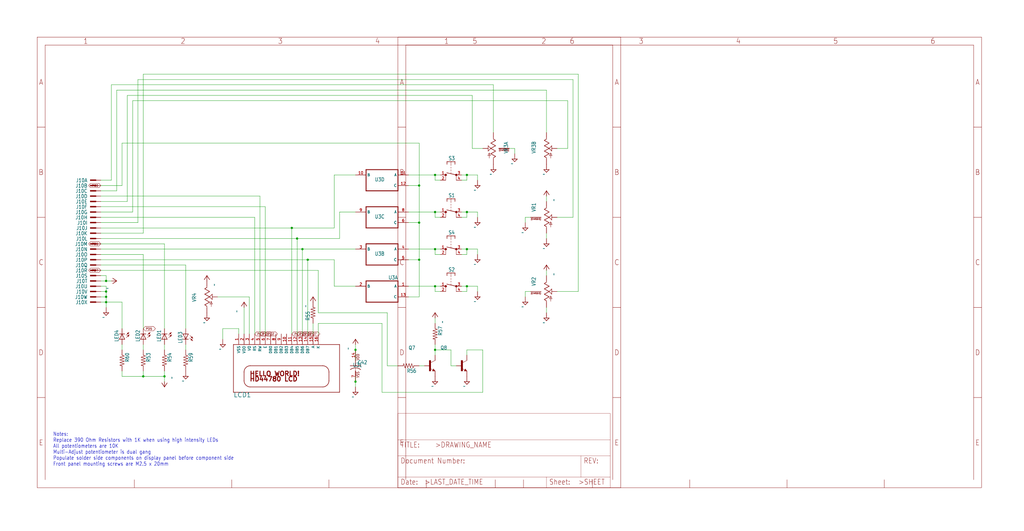
<source format=kicad_sch>
(kicad_sch (version 20211123) (generator eeschema)
  (paper "User" 490.22 254.406)
  (lib_symbols
    (symbol "mk312-eagle-import:+5V" (power)
      (property "Value" "+5V" (at -2.54 -5.08 90))
      (symbol "+5V_1_0"
        (polyline (pts (xy 0 0) (xy -1.27 -1.905)) (stroke (width 0.254)))
        (polyline (pts (xy 1.27 -1.905) (xy 0 0)) (stroke (width 0.254)))
        (pin power_in line (at 0 -2.54 90) (length 2.54) (name "+5V") (number "1"))
      )
    )
    (symbol "mk312-eagle-import:2524-"
      (property "Reference" "X" (at -1.27 0.889 0))
      (symbol "2524-_1_0"
        (rectangle (start 0 -0.254) (end 2.794 0.254) (fill (type outline)))
        (pin passive line (at 5.08 0 180) (length 2.54) (name "KL") (number "1"))
      )
      (symbol "2524-_2_0"
        (rectangle (start 0 -0.254) (end 2.794 0.254) (fill (type outline)))
        (pin passive line (at 5.08 0 180) (length 2.54) (name "KL") (number "2"))
      )
      (symbol "2524-_3_0"
        (rectangle (start 0 -0.254) (end 2.794 0.254) (fill (type outline)))
        (pin passive line (at 5.08 0 180) (length 2.54) (name "KL") (number "3"))
      )
      (symbol "2524-_4_0"
        (rectangle (start 0 -0.254) (end 2.794 0.254) (fill (type outline)))
        (pin passive line (at 5.08 0 180) (length 2.54) (name "KL") (number "4"))
      )
      (symbol "2524-_5_0"
        (rectangle (start 0 -0.254) (end 2.794 0.254) (fill (type outline)))
        (pin passive line (at 5.08 0 180) (length 2.54) (name "KL") (number "5"))
      )
      (symbol "2524-_6_0"
        (rectangle (start 0 -0.254) (end 2.794 0.254) (fill (type outline)))
        (pin passive line (at 5.08 0 180) (length 2.54) (name "KL") (number "6"))
      )
      (symbol "2524-_7_0"
        (rectangle (start 0 -0.254) (end 2.794 0.254) (fill (type outline)))
        (pin passive line (at 5.08 0 180) (length 2.54) (name "KL") (number "7"))
      )
      (symbol "2524-_8_0"
        (rectangle (start 0 -0.254) (end 2.794 0.254) (fill (type outline)))
        (pin passive line (at 5.08 0 180) (length 2.54) (name "KL") (number "8"))
      )
      (symbol "2524-_9_0"
        (rectangle (start 0 -0.254) (end 2.794 0.254) (fill (type outline)))
        (pin passive line (at 5.08 0 180) (length 2.54) (name "KL") (number "9"))
      )
      (symbol "2524-_10_0"
        (rectangle (start 0 -0.254) (end 2.794 0.254) (fill (type outline)))
        (pin passive line (at 5.08 0 180) (length 2.54) (name "KL") (number "10"))
      )
      (symbol "2524-_11_0"
        (rectangle (start 0 -0.254) (end 2.794 0.254) (fill (type outline)))
        (pin passive line (at 5.08 0 180) (length 2.54) (name "KL") (number "11"))
      )
      (symbol "2524-_12_0"
        (rectangle (start 0 -0.254) (end 2.794 0.254) (fill (type outline)))
        (pin passive line (at 5.08 0 180) (length 2.54) (name "KL") (number "12"))
      )
      (symbol "2524-_13_0"
        (rectangle (start 0 -0.254) (end 2.794 0.254) (fill (type outline)))
        (pin passive line (at 5.08 0 180) (length 2.54) (name "KL") (number "13"))
      )
      (symbol "2524-_14_0"
        (rectangle (start 0 -0.254) (end 2.794 0.254) (fill (type outline)))
        (pin passive line (at 5.08 0 180) (length 2.54) (name "KL") (number "14"))
      )
      (symbol "2524-_15_0"
        (rectangle (start 0 -0.254) (end 2.794 0.254) (fill (type outline)))
        (pin passive line (at 5.08 0 180) (length 2.54) (name "KL") (number "15"))
      )
      (symbol "2524-_16_0"
        (rectangle (start 0 -0.254) (end 2.794 0.254) (fill (type outline)))
        (pin passive line (at 5.08 0 180) (length 2.54) (name "KL") (number "16"))
      )
      (symbol "2524-_17_0"
        (rectangle (start 0 -0.254) (end 2.794 0.254) (fill (type outline)))
        (pin passive line (at 5.08 0 180) (length 2.54) (name "KL") (number "17"))
      )
      (symbol "2524-_18_0"
        (rectangle (start 0 -0.254) (end 2.794 0.254) (fill (type outline)))
        (pin passive line (at 5.08 0 180) (length 2.54) (name "KL") (number "18"))
      )
      (symbol "2524-_19_0"
        (rectangle (start 0 -0.254) (end 2.794 0.254) (fill (type outline)))
        (pin passive line (at 5.08 0 180) (length 2.54) (name "KL") (number "19"))
      )
      (symbol "2524-_20_0"
        (rectangle (start 0 -0.254) (end 2.794 0.254) (fill (type outline)))
        (pin passive line (at 5.08 0 180) (length 2.54) (name "KL") (number "20"))
      )
      (symbol "2524-_21_0"
        (rectangle (start 0 -0.254) (end 2.794 0.254) (fill (type outline)))
        (pin passive line (at 5.08 0 180) (length 2.54) (name "KL") (number "21"))
      )
      (symbol "2524-_22_0"
        (rectangle (start 0 -0.254) (end 2.794 0.254) (fill (type outline)))
        (pin passive line (at 5.08 0 180) (length 2.54) (name "KL") (number "22"))
      )
      (symbol "2524-_23_0"
        (rectangle (start 0 -0.254) (end 2.794 0.254) (fill (type outline)))
        (pin passive line (at 5.08 0 180) (length 2.54) (name "KL") (number "23"))
      )
      (symbol "2524-_24_0"
        (rectangle (start 0 -0.254) (end 2.794 0.254) (fill (type outline)))
        (pin passive line (at 5.08 0 180) (length 2.54) (name "KL") (number "24"))
      )
    )
    (symbol "mk312-eagle-import:2N3904"
      (property "Reference" "T" (at -10.16 7.62 0))
      (property "Value" "2N3904" (at -10.16 5.08 0))
      (symbol "2N3904_1_0"
        (rectangle (start -0.254 -2.54) (end 0.508 2.54) (fill (type outline)))
        (polyline (pts (xy 1.27 -2.54) (xy 1.778 -1.524)) (stroke (width 0.1524)))
        (polyline (pts (xy 1.524 -2.413) (xy 2.286 -2.413)) (stroke (width 0.254)))
        (polyline (pts (xy 1.524 -2.286) (xy 1.905 -2.286)) (stroke (width 0.254)))
        (polyline (pts (xy 1.54 -2.04) (xy 0.308 -1.424)) (stroke (width 0.1524)))
        (polyline (pts (xy 1.778 -1.778) (xy 1.524 -2.286)) (stroke (width 0.254)))
        (polyline (pts (xy 1.778 -1.524) (xy 2.54 -2.54)) (stroke (width 0.1524)))
        (polyline (pts (xy 1.905 -2.286) (xy 1.778 -2.032)) (stroke (width 0.254)))
        (polyline (pts (xy 2.286 -2.413) (xy 1.778 -1.778)) (stroke (width 0.254)))
        (polyline (pts (xy 2.54 -2.54) (xy 1.27 -2.54)) (stroke (width 0.1524)))
        (polyline (pts (xy 2.54 2.54) (xy 0.508 1.524)) (stroke (width 0.1524)))
        (pin passive line (at 2.54 5.08 270) (length 2.54) (name "C") (number "1"))
        (pin passive line (at -2.54 0 0) (length 2.54) (name "B") (number "2"))
        (pin passive line (at 2.54 -5.08 90) (length 2.54) (name "E") (number "3"))
      )
    )
    (symbol "mk312-eagle-import:4066N"
      (property "Reference" "IC" (at -1.27 -0.635 0))
      (symbol "4066N_1_0"
        (polyline (pts (xy -7.62 -5.08) (xy 7.62 -5.08)) (stroke (width 0.4064)))
        (polyline (pts (xy -7.62 5.08) (xy -7.62 -5.08)) (stroke (width 0.4064)))
        (polyline (pts (xy 7.62 -5.08) (xy 7.62 5.08)) (stroke (width 0.4064)))
        (polyline (pts (xy 7.62 5.08) (xy -7.62 5.08)) (stroke (width 0.4064)))
        (pin tri_state line (at -12.7 2.54 0) (length 5.08) (name "A") (number "1"))
        (pin input line (at -12.7 -2.54 0) (length 5.08) (name "C") (number "13"))
        (pin tri_state line (at 12.7 2.54 180) (length 5.08) (name "B") (number "2"))
      )
      (symbol "4066N_2_0"
        (polyline (pts (xy -7.62 -5.08) (xy 7.62 -5.08)) (stroke (width 0.4064)))
        (polyline (pts (xy -7.62 5.08) (xy -7.62 -5.08)) (stroke (width 0.4064)))
        (polyline (pts (xy 7.62 -5.08) (xy 7.62 5.08)) (stroke (width 0.4064)))
        (polyline (pts (xy 7.62 5.08) (xy -7.62 5.08)) (stroke (width 0.4064)))
        (pin tri_state line (at 12.7 2.54 180) (length 5.08) (name "B") (number "3"))
        (pin tri_state line (at -12.7 2.54 0) (length 5.08) (name "A") (number "4"))
        (pin input line (at -12.7 -2.54 0) (length 5.08) (name "C") (number "5"))
      )
      (symbol "4066N_3_0"
        (polyline (pts (xy -7.62 -5.08) (xy 7.62 -5.08)) (stroke (width 0.4064)))
        (polyline (pts (xy -7.62 5.08) (xy -7.62 -5.08)) (stroke (width 0.4064)))
        (polyline (pts (xy 7.62 -5.08) (xy 7.62 5.08)) (stroke (width 0.4064)))
        (polyline (pts (xy 7.62 5.08) (xy -7.62 5.08)) (stroke (width 0.4064)))
        (pin input line (at -12.7 -2.54 0) (length 5.08) (name "C") (number "6"))
        (pin tri_state line (at -12.7 2.54 0) (length 5.08) (name "A") (number "8"))
        (pin tri_state line (at 12.7 2.54 180) (length 5.08) (name "B") (number "9"))
      )
      (symbol "4066N_4_0"
        (polyline (pts (xy -7.62 -5.08) (xy 7.62 -5.08)) (stroke (width 0.4064)))
        (polyline (pts (xy -7.62 5.08) (xy -7.62 -5.08)) (stroke (width 0.4064)))
        (polyline (pts (xy 7.62 -5.08) (xy 7.62 5.08)) (stroke (width 0.4064)))
        (polyline (pts (xy 7.62 5.08) (xy -7.62 5.08)) (stroke (width 0.4064)))
        (pin tri_state line (at 12.7 2.54 180) (length 5.08) (name "B") (number "10"))
        (pin tri_state line (at -12.7 2.54 0) (length 5.08) (name "A") (number "11"))
        (pin input line (at -12.7 -2.54 0) (length 5.08) (name "C") (number "12"))
      )
      (symbol "4066N_5_0"
        (text "VDD" (at 1.905 2.54 900) (effects (font (size 1.27 1.0795)) (justify left bottom)))
        (text "VSS" (at 1.905 -5.842 900) (effects (font (size 1.27 1.0795)) (justify left bottom)))
        (pin power_in line (at 0 7.62 270) (length 5.08) (name "VDD") (number "14"))
        (pin power_in line (at 0 -7.62 90) (length 5.08) (name "VSS") (number "7"))
      )
    )
    (symbol "mk312-eagle-import:9MM_SNAP-IN_POT_CHASSIS"
      (property "Reference" "VR" (at -5.08 2.54 90))
      (property "Value" "9MM_SNAP-IN_POT_CHASSIS" (at -2.54 2.54 90))
      (symbol "9MM_SNAP-IN_POT_CHASSIS_1_0"
        (polyline (pts (xy -1.016 -3.81) (xy 1.27 -2.54)) (stroke (width 0.254)))
        (polyline (pts (xy -1.016 -1.27) (xy 1.27 0)) (stroke (width 0.254)))
        (polyline (pts (xy -1.016 1.27) (xy 1.27 2.54)) (stroke (width 0.254)))
        (polyline (pts (xy -1.016 3.81) (xy 0 4.572)) (stroke (width 0.254)))
        (polyline (pts (xy 0 -5.08) (xy 0 -4.572)) (stroke (width 0.1524)))
        (polyline (pts (xy 0 -4.572) (xy -1.016 -3.81)) (stroke (width 0.254)))
        (polyline (pts (xy 0 4.572) (xy 0 5.08)) (stroke (width 0.1524)))
        (polyline (pts (xy 1.27 -2.54) (xy -1.016 -1.27)) (stroke (width 0.254)))
        (polyline (pts (xy 1.27 0) (xy -1.016 1.27)) (stroke (width 0.254)))
        (polyline (pts (xy 1.27 0) (xy 2.54 1.27)) (stroke (width 0.2032)))
        (polyline (pts (xy 1.27 2.54) (xy -1.016 3.81)) (stroke (width 0.254)))
        (polyline (pts (xy 1.397 -3.429) (xy 2.032 -2.159)) (stroke (width 0.1524)))
        (polyline (pts (xy 2.032 -4.699) (xy 2.032 -2.159)) (stroke (width 0.1524)))
        (polyline (pts (xy 2.032 -2.159) (xy 2.667 -3.429)) (stroke (width 0.1524)))
        (polyline (pts (xy 2.54 -1.27) (xy 1.27 0)) (stroke (width 0.2032)))
        (polyline (pts (xy 2.54 1.27) (xy 2.54 -1.27)) (stroke (width 0.2032)))
        (polyline (pts (xy 2.667 -3.429) (xy 1.397 -3.429)) (stroke (width 0.1524)))
        (text "(CHASSIS)" (at -7.62 -1.27 0) (effects (font (size 0.762 0.6477)) (justify left bottom)))
        (pin passive line (at 0 -7.62 90) (length 2.54) (name "A") (number "1"))
        (pin passive line (at 5.08 0 180) (length 2.54) (name "S") (number "2"))
        (pin passive line (at 0 7.62 270) (length 2.54) (name "E") (number "3"))
        (pin passive line (at -7.62 0 0) (length 5.08) (name "P$1") (number "CHASSIS2"))
      )
    )
    (symbol "mk312-eagle-import:ALPHA-9MM-DUALPOT"
      (property "Reference" "VR" (at -5.08 -2.54 90))
      (property "Value" "ALPHA-9MM-DUALPOT" (at -2.54 -2.54 90))
      (symbol "ALPHA-9MM-DUALPOT_1_0"
        (polyline (pts (xy -1.016 -3.81) (xy 1.27 -2.54)) (stroke (width 0.254)))
        (polyline (pts (xy -1.016 -1.27) (xy 1.27 0)) (stroke (width 0.254)))
        (polyline (pts (xy -1.016 1.27) (xy 1.27 2.54)) (stroke (width 0.254)))
        (polyline (pts (xy -1.016 3.81) (xy 0 4.572)) (stroke (width 0.254)))
        (polyline (pts (xy 0 -5.08) (xy 0 -4.572)) (stroke (width 0.1524)))
        (polyline (pts (xy 0 -4.572) (xy -1.016 -3.81)) (stroke (width 0.254)))
        (polyline (pts (xy 0 4.572) (xy 0 5.08)) (stroke (width 0.1524)))
        (polyline (pts (xy 1.27 -2.54) (xy -1.016 -1.27)) (stroke (width 0.254)))
        (polyline (pts (xy 1.27 0) (xy -1.016 1.27)) (stroke (width 0.254)))
        (polyline (pts (xy 1.27 0) (xy 2.54 1.27)) (stroke (width 0.2032)))
        (polyline (pts (xy 1.27 2.54) (xy -1.016 3.81)) (stroke (width 0.254)))
        (polyline (pts (xy 1.397 -3.429) (xy 2.032 -2.159)) (stroke (width 0.1524)))
        (polyline (pts (xy 2.032 -4.699) (xy 2.032 -2.159)) (stroke (width 0.1524)))
        (polyline (pts (xy 2.032 -2.159) (xy 2.667 -3.429)) (stroke (width 0.1524)))
        (polyline (pts (xy 2.54 -1.27) (xy 1.27 0)) (stroke (width 0.2032)))
        (polyline (pts (xy 2.54 1.27) (xy 2.54 -1.27)) (stroke (width 0.2032)))
        (polyline (pts (xy 2.667 -3.429) (xy 1.397 -3.429)) (stroke (width 0.1524)))
        (text "(CHASSIS)" (at -7.62 -1.27 0) (effects (font (size 0.762 0.6477)) (justify left bottom)))
        (pin passive line (at 0 -7.62 90) (length 2.54) (name "A") (number "1"))
        (pin passive line (at 5.08 0 180) (length 2.54) (name "S") (number "2"))
        (pin passive line (at 0 7.62 270) (length 2.54) (name "E") (number "3"))
        (pin passive line (at -7.62 0 0) (length 5.08) (name "P$1") (number "CHASSIS1"))
        (pin passive line (at -7.62 0 0) (length 5.08) (name "P$1") (number "CHASSIS2"))
      )
      (symbol "ALPHA-9MM-DUALPOT_2_0"
        (polyline (pts (xy -1.016 -3.81) (xy 1.27 -2.54)) (stroke (width 0.254)))
        (polyline (pts (xy -1.016 -1.27) (xy 1.27 0)) (stroke (width 0.254)))
        (polyline (pts (xy -1.016 1.27) (xy 1.27 2.54)) (stroke (width 0.254)))
        (polyline (pts (xy -1.016 3.81) (xy 0 4.572)) (stroke (width 0.254)))
        (polyline (pts (xy 0 -5.08) (xy 0 -4.572)) (stroke (width 0.1524)))
        (polyline (pts (xy 0 -4.572) (xy -1.016 -3.81)) (stroke (width 0.254)))
        (polyline (pts (xy 0 4.572) (xy 0 5.08)) (stroke (width 0.1524)))
        (polyline (pts (xy 1.27 -2.54) (xy -1.016 -1.27)) (stroke (width 0.254)))
        (polyline (pts (xy 1.27 0) (xy -1.016 1.27)) (stroke (width 0.254)))
        (polyline (pts (xy 1.27 0) (xy 2.54 1.27)) (stroke (width 0.2032)))
        (polyline (pts (xy 1.27 2.54) (xy -1.016 3.81)) (stroke (width 0.254)))
        (polyline (pts (xy 1.397 -3.429) (xy 2.032 -2.159)) (stroke (width 0.1524)))
        (polyline (pts (xy 2.032 -4.699) (xy 2.032 -2.159)) (stroke (width 0.1524)))
        (polyline (pts (xy 2.032 -2.159) (xy 2.667 -3.429)) (stroke (width 0.1524)))
        (polyline (pts (xy 2.54 -1.27) (xy 1.27 0)) (stroke (width 0.2032)))
        (polyline (pts (xy 2.54 1.27) (xy 2.54 -1.27)) (stroke (width 0.2032)))
        (polyline (pts (xy 2.667 -3.429) (xy 1.397 -3.429)) (stroke (width 0.1524)))
        (pin passive line (at 0 -7.62 90) (length 2.54) (name "A") (number "1B"))
        (pin passive line (at 5.08 0 180) (length 2.54) (name "S") (number "2B"))
        (pin passive line (at 0 7.62 270) (length 2.54) (name "E") (number "3B"))
      )
    )
    (symbol "mk312-eagle-import:C-US025-024X044"
      (property "Reference" "C" (at 1.016 0.635 0))
      (property "Value" "C-US025-024X044" (at 1.016 -4.191 0))
      (symbol "C-US025-024X044_1_0"
        (arc (start 0 -1.0161) (mid -1.302 -1.2303) (end -2.4668 -1.8504) (stroke (width 0.254)))
        (polyline (pts (xy -2.54 0) (xy 2.54 0)) (stroke (width 0.254)))
        (polyline (pts (xy 0 -1.016) (xy 0 -2.54)) (stroke (width 0.1524)))
        (arc (start 2.4892 -1.8542) (mid 1.3158 -1.2195) (end 0 -1) (stroke (width 0.254)))
        (pin passive line (at 0 2.54 270) (length 2.54) (name "1") (number "1"))
        (pin passive line (at 0 -5.08 90) (length 2.54) (name "2") (number "2"))
      )
    )
    (symbol "mk312-eagle-import:DTE6K"
      (property "Reference" "S" (at -6.985 -1.905 90))
      (property "Value" "DTE6K" (at -4.445 2.54 90))
      (symbol "DTE6K_1_0"
        (circle (center 0 -2.54) (radius 0.127) (stroke (width 0.4064)))
        (polyline (pts (xy -6.35 -1.905) (xy -5.08 -1.905)) (stroke (width 0.254)))
        (polyline (pts (xy -6.35 0) (xy -6.35 -1.905)) (stroke (width 0.254)))
        (polyline (pts (xy -6.35 0) (xy -4.445 0)) (stroke (width 0.1524)))
        (polyline (pts (xy -6.35 1.905) (xy -6.35 0)) (stroke (width 0.254)))
        (polyline (pts (xy -6.35 1.905) (xy -5.08 1.905)) (stroke (width 0.254)))
        (polyline (pts (xy -3.81 0) (xy -3.175 0)) (stroke (width 0.1524)))
        (polyline (pts (xy -2.54 0) (xy -1.905 0)) (stroke (width 0.1524)))
        (polyline (pts (xy -1.27 0) (xy -0.635 0)) (stroke (width 0.1524)))
        (polyline (pts (xy 0 -2.54) (xy -1.016 2.032)) (stroke (width 0.254)))
        (polyline (pts (xy 0 2.032) (xy 0 2.54)) (stroke (width 0.254)))
        (polyline (pts (xy 2.54 -2.54) (xy 0 -2.54)) (stroke (width 0.1524)))
        (polyline (pts (xy 2.54 2.54) (xy 0 2.54)) (stroke (width 0.1524)))
        (circle (center 0 2.54) (radius 0.127) (stroke (width 0.4064)))
        (pin passive line (at 0 5.08 270) (length 2.54) (name "S") (number "1"))
        (pin passive line (at 2.54 5.08 270) (length 2.54) (name "S@1") (number "2"))
        (pin passive line (at 0 -5.08 90) (length 2.54) (name "P") (number "3"))
        (pin passive line (at 2.54 -5.08 90) (length 2.54) (name "P@1") (number "4"))
      )
    )
    (symbol "mk312-eagle-import:FRAME_A_L"
      (symbol "FRAME_A_L_0_0"
        (polyline (pts (xy 0 43.18) (xy 3.81 43.18)))
        (polyline (pts (xy 0 86.36) (xy 3.81 86.36)))
        (polyline (pts (xy 0 129.54) (xy 3.81 129.54)))
        (polyline (pts (xy 0 172.72) (xy 3.81 172.72)))
        (polyline (pts (xy 3.81 3.81) (xy 3.81 212.09)))
        (polyline (pts (xy 46.5667 0) (xy 46.5667 3.81)))
        (polyline (pts (xy 93.1333 0) (xy 93.1333 3.81)))
        (polyline (pts (xy 139.7 0) (xy 139.7 3.81)))
        (polyline (pts (xy 186.2667 0) (xy 186.2667 3.81)))
        (polyline (pts (xy 232.8333 0) (xy 232.8333 3.81)))
        (polyline (pts (xy 275.59 3.81) (xy 275.59 212.09)))
        (polyline (pts (xy 275.59 43.18) (xy 279.4 43.18)))
        (polyline (pts (xy 275.59 86.36) (xy 279.4 86.36)))
        (polyline (pts (xy 275.59 129.54) (xy 279.4 129.54)))
        (polyline (pts (xy 275.59 172.72) (xy 279.4 172.72)))
        (polyline (pts (xy 275.59 212.09) (xy 3.81 212.09)))
        (polyline (pts (xy 0 0) (xy 279.4 0) (xy 279.4 215.9) (xy 0 215.9) (xy 0 0)))
        (text "1" (at 23.2833 213.995 0) (effects (font (size 2.54 2.286))))
        (text "2" (at 69.85 213.995 0) (effects (font (size 2.54 2.286))))
        (text "3" (at 116.4167 213.995 0) (effects (font (size 2.54 2.286))))
        (text "4" (at 162.9833 213.995 0) (effects (font (size 2.54 2.286))))
        (text "5" (at 209.55 213.995 0) (effects (font (size 2.54 2.286))))
        (text "6" (at 256.1167 213.995 0) (effects (font (size 2.54 2.286))))
        (text "A" (at 1.905 194.31 0) (effects (font (size 2.54 2.286))))
        (text "A" (at 277.495 194.31 0) (effects (font (size 2.54 2.286))))
        (text "B" (at 1.905 151.13 0) (effects (font (size 2.54 2.286))))
        (text "B" (at 277.495 151.13 0) (effects (font (size 2.54 2.286))))
        (text "C" (at 1.905 107.95 0) (effects (font (size 2.54 2.286))))
        (text "C" (at 277.495 107.95 0) (effects (font (size 2.54 2.286))))
        (text "D" (at 1.905 64.77 0) (effects (font (size 2.54 2.286))))
        (text "D" (at 277.495 64.77 0) (effects (font (size 2.54 2.286))))
        (text "E" (at 1.905 21.59 0) (effects (font (size 2.54 2.286))))
        (text "E" (at 277.495 21.59 0) (effects (font (size 2.54 2.286))))
      )
      (symbol "FRAME_A_L_2_0"
        (polyline (pts (xy 0 0) (xy 0 5.08)) (stroke (width 0.1016)))
        (polyline (pts (xy 0 0) (xy 71.12 0)) (stroke (width 0.1016)))
        (polyline (pts (xy 0 5.08) (xy 0 15.24)) (stroke (width 0.1016)))
        (polyline (pts (xy 0 5.08) (xy 71.12 5.08)) (stroke (width 0.1016)))
        (polyline (pts (xy 0 15.24) (xy 0 22.86)) (stroke (width 0.1016)))
        (polyline (pts (xy 0 22.86) (xy 0 35.56)) (stroke (width 0.1016)))
        (polyline (pts (xy 0 22.86) (xy 101.6 22.86)) (stroke (width 0.1016)))
        (polyline (pts (xy 71.12 0) (xy 101.6 0)) (stroke (width 0.1016)))
        (polyline (pts (xy 71.12 5.08) (xy 71.12 0)) (stroke (width 0.1016)))
        (polyline (pts (xy 71.12 5.08) (xy 87.63 5.08)) (stroke (width 0.1016)))
        (polyline (pts (xy 87.63 5.08) (xy 101.6 5.08)) (stroke (width 0.1016)))
        (polyline (pts (xy 87.63 15.24) (xy 0 15.24)) (stroke (width 0.1016)))
        (polyline (pts (xy 87.63 15.24) (xy 87.63 5.08)) (stroke (width 0.1016)))
        (polyline (pts (xy 101.6 5.08) (xy 101.6 0)) (stroke (width 0.1016)))
        (polyline (pts (xy 101.6 15.24) (xy 87.63 15.24)) (stroke (width 0.1016)))
        (polyline (pts (xy 101.6 15.24) (xy 101.6 5.08)) (stroke (width 0.1016)))
        (polyline (pts (xy 101.6 22.86) (xy 101.6 15.24)) (stroke (width 0.1016)))
        (polyline (pts (xy 101.6 35.56) (xy 0 35.56)) (stroke (width 0.1016)))
        (polyline (pts (xy 101.6 35.56) (xy 101.6 22.86)) (stroke (width 0.1016)))
        (text ">DRAWING_NAME" (at 17.78 19.05 0) (effects (font (size 2.54 2.159)) (justify left bottom)))
        (text ">LAST_DATE_TIME" (at 12.7 1.27 0) (effects (font (size 2.54 2.159)) (justify left bottom)))
        (text ">SHEET" (at 86.36 1.27 0) (effects (font (size 2.54 2.159)) (justify left bottom)))
        (text "Date:" (at 1.27 1.27 0) (effects (font (size 2.54 2.159)) (justify left bottom)))
        (text "Document Number:" (at 1.27 11.43 0) (effects (font (size 2.54 2.159)) (justify left bottom)))
        (text "REV:" (at 88.9 11.43 0) (effects (font (size 2.54 2.159)) (justify left bottom)))
        (text "Sheet:" (at 72.39 1.27 0) (effects (font (size 2.54 2.159)) (justify left bottom)))
        (text "TITLE:" (at 1.27 19.05 0) (effects (font (size 2.54 2.159)) (justify left bottom)))
      )
    )
    (symbol "mk312-eagle-import:GND" (power)
      (property "Value" "GND" (at -1.905 -3.175 0))
      (symbol "GND_1_0"
        (polyline (pts (xy -1.27 0) (xy 1.27 0)) (stroke (width 0.254)))
        (polyline (pts (xy 0 -1.27) (xy -1.27 0)) (stroke (width 0.254)))
        (polyline (pts (xy 1.27 0) (xy 0 -1.27)) (stroke (width 0.254)))
        (pin power_in line (at 0 2.54 270) (length 2.54) (name "GND") (number "1"))
      )
    )
    (symbol "mk312-eagle-import:HD44780LCD-1602"
      (property "Reference" "X" (at -25.4 -12.7 0))
      (property "Value" "HD44780LCD-1602" (at -10.16 -12.7 0))
      (symbol "HD44780LCD-1602_1_0"
        (arc (start -20.32 -4.62) (mid -19.4413 -6.7413) (end -17.32 -7.62) (stroke (width 0.254)))
        (arc (start -17.32 2.54) (mid -19.4413 1.6613) (end -20.32 -0.46) (stroke (width 0.254)))
        (polyline (pts (xy -25.4 -10.16) (xy 25.4 -10.16)) (stroke (width 0.254)))
        (polyline (pts (xy -25.4 12.7) (xy -25.4 -10.16)) (stroke (width 0.254)))
        (polyline (pts (xy -20.32 -4.62) (xy -20.32 -0.46)) (stroke (width 0.254)))
        (polyline (pts (xy -17.32 2.54) (xy 17.32 2.54)) (stroke (width 0.254)))
        (polyline (pts (xy 17.32 -7.62) (xy -17.32 -7.62)) (stroke (width 0.254)))
        (polyline (pts (xy 20.32 -0.46) (xy 20.32 -4.62)) (stroke (width 0.254)))
        (polyline (pts (xy 25.4 -10.16) (xy 25.4 12.7)) (stroke (width 0.254)))
        (polyline (pts (xy 25.4 12.7) (xy -25.4 12.7)) (stroke (width 0.254)))
        (arc (start 17.32 -7.62) (mid 19.4413 -6.7413) (end 20.32 -4.62) (stroke (width 0.254)))
        (arc (start 20.32 -0.46) (mid 19.4413 1.6613) (end 17.32 2.54) (stroke (width 0.254)))
        (text "HD44780 LCD " (at -17.78 -5.08 0) (effects (font (size 2.1844 2.1844) (thickness 0.4369) bold) (justify left bottom)))
        (text "HELLO WORLD!" (at -17.78 -2.54 0) (effects (font (size 2.1844 2.1844) (thickness 0.4369) bold) (justify left bottom)))
        (pin power_in line (at -22.86 17.78 270) (length 5.08) (name "VSS") (number "1"))
        (pin bidirectional line (at 0 17.78 270) (length 5.08) (name "DB3") (number "10"))
        (pin bidirectional line (at 2.54 17.78 270) (length 5.08) (name "DB4") (number "11"))
        (pin bidirectional line (at 5.08 17.78 270) (length 5.08) (name "DB5") (number "12"))
        (pin bidirectional line (at 7.62 17.78 270) (length 5.08) (name "DB6") (number "13"))
        (pin bidirectional line (at 10.16 17.78 270) (length 5.08) (name "DB7") (number "14"))
        (pin input line (at 12.7 17.78 270) (length 5.08) (name "A") (number "15"))
        (pin input line (at 15.24 17.78 270) (length 5.08) (name "K") (number "16"))
        (pin power_in line (at -20.32 17.78 270) (length 5.08) (name "VDD") (number "2"))
        (pin input line (at -17.78 17.78 270) (length 5.08) (name "VO") (number "3"))
        (pin input line (at -15.24 17.78 270) (length 5.08) (name "RS") (number "4"))
        (pin input line (at -12.7 17.78 270) (length 5.08) (name "RW") (number "5"))
        (pin input line (at -10.16 17.78 270) (length 5.08) (name "E") (number "6"))
        (pin bidirectional line (at -7.62 17.78 270) (length 5.08) (name "DB0") (number "7"))
        (pin bidirectional line (at -5.08 17.78 270) (length 5.08) (name "DB1") (number "8"))
        (pin bidirectional line (at -2.54 17.78 270) (length 5.08) (name "DB2") (number "9"))
      )
    )
    (symbol "mk312-eagle-import:LED5MM"
      (property "Reference" "LED" (at 3.556 -4.572 90))
      (property "Value" "LED5MM" (at 5.715 -4.572 90))
      (symbol "LED5MM_1_0"
        (polyline (pts (xy -2.032 -0.762) (xy -3.429 -2.159)) (stroke (width 0.1524)))
        (polyline (pts (xy -1.905 -1.905) (xy -3.302 -3.302)) (stroke (width 0.1524)))
        (polyline (pts (xy 0 -2.54) (xy -1.27 -2.54)) (stroke (width 0.254)))
        (polyline (pts (xy 0 -2.54) (xy -1.27 0)) (stroke (width 0.254)))
        (polyline (pts (xy 0 0) (xy -1.27 0)) (stroke (width 0.254)))
        (polyline (pts (xy 0 0) (xy 0 -2.54)) (stroke (width 0.1524)))
        (polyline (pts (xy 1.27 -2.54) (xy 0 -2.54)) (stroke (width 0.254)))
        (polyline (pts (xy 1.27 0) (xy 0 -2.54)) (stroke (width 0.254)))
        (polyline (pts (xy 1.27 0) (xy 0 0)) (stroke (width 0.254)))
        (polyline (pts (xy -3.429 -2.159) (xy -3.048 -1.27) (xy -2.54 -1.778)) (fill (type outline)))
        (polyline (pts (xy -3.302 -3.302) (xy -2.921 -2.413) (xy -2.413 -2.921)) (fill (type outline)))
        (pin passive line (at 0 2.54 270) (length 2.54) (name "A") (number "A"))
        (pin passive line (at 0 -5.08 90) (length 2.54) (name "C") (number "K"))
      )
    )
    (symbol "mk312-eagle-import:R-US_0207{slash}10"
      (property "Reference" "R" (at -3.81 1.4986 0))
      (property "Value" "R-US_0207{slash}10" (at -3.81 -3.302 0))
      (symbol "R-US_0207{slash}10_1_0"
        (polyline (pts (xy -2.54 0) (xy -2.159 1.016)) (stroke (width 0.2032)))
        (polyline (pts (xy -2.159 1.016) (xy -1.524 -1.016)) (stroke (width 0.2032)))
        (polyline (pts (xy -1.524 -1.016) (xy -0.889 1.016)) (stroke (width 0.2032)))
        (polyline (pts (xy -0.889 1.016) (xy -0.254 -1.016)) (stroke (width 0.2032)))
        (polyline (pts (xy -0.254 -1.016) (xy 0.381 1.016)) (stroke (width 0.2032)))
        (polyline (pts (xy 0.381 1.016) (xy 1.016 -1.016)) (stroke (width 0.2032)))
        (polyline (pts (xy 1.016 -1.016) (xy 1.651 1.016)) (stroke (width 0.2032)))
        (polyline (pts (xy 1.651 1.016) (xy 2.286 -1.016)) (stroke (width 0.2032)))
        (polyline (pts (xy 2.286 -1.016) (xy 2.54 0)) (stroke (width 0.2032)))
        (pin passive line (at -5.08 0 0) (length 2.54) (name "1") (number "1"))
        (pin passive line (at 5.08 0 180) (length 2.54) (name "2") (number "2"))
      )
    )
    (symbol "mk312-eagle-import:TRIM_US-B25P"
      (property "Reference" "R" (at -5.08 -2.54 90))
      (property "Value" "TRIM_US-B25P" (at -2.54 -2.54 90))
      (symbol "TRIM_US-B25P_1_0"
        (polyline (pts (xy -1.016 -3.81) (xy 1.27 -2.54)) (stroke (width 0.254)))
        (polyline (pts (xy -1.016 -1.27) (xy 1.27 0)) (stroke (width 0.254)))
        (polyline (pts (xy -1.016 1.27) (xy 1.27 2.54)) (stroke (width 0.254)))
        (polyline (pts (xy -1.016 3.81) (xy 0 4.572)) (stroke (width 0.254)))
        (polyline (pts (xy 0 -5.08) (xy 0 -4.572)) (stroke (width 0.1524)))
        (polyline (pts (xy 0 -4.572) (xy -1.016 -3.81)) (stroke (width 0.254)))
        (polyline (pts (xy 0 4.572) (xy 0 5.08)) (stroke (width 0.1524)))
        (polyline (pts (xy 1.27 -2.54) (xy -1.016 -1.27)) (stroke (width 0.254)))
        (polyline (pts (xy 1.27 0) (xy -1.016 1.27)) (stroke (width 0.254)))
        (polyline (pts (xy 1.27 0) (xy 2.54 1.27)) (stroke (width 0.2032)))
        (polyline (pts (xy 1.27 2.54) (xy -1.016 3.81)) (stroke (width 0.254)))
        (polyline (pts (xy 1.397 -3.429) (xy 2.032 -2.159)) (stroke (width 0.1524)))
        (polyline (pts (xy 2.032 -4.699) (xy 2.032 -2.159)) (stroke (width 0.1524)))
        (polyline (pts (xy 2.032 -2.159) (xy 2.667 -3.429)) (stroke (width 0.1524)))
        (polyline (pts (xy 2.54 -1.27) (xy 1.27 0)) (stroke (width 0.2032)))
        (polyline (pts (xy 2.54 1.27) (xy 2.54 -1.27)) (stroke (width 0.2032)))
        (polyline (pts (xy 2.667 -3.429) (xy 1.397 -3.429)) (stroke (width 0.1524)))
        (pin passive line (at 0 -7.62 90) (length 2.54) (name "A") (number "A"))
        (pin passive line (at 0 7.62 270) (length 2.54) (name "E") (number "E"))
        (pin passive line (at 5.08 0 180) (length 2.54) (name "S") (number "S"))
      )
    )
  )
  (junction (at 223.52 83.82))
  (junction (at 68.58 180.34))
  (junction (at 139.7 109.22))
  (junction (at 170.18 182.88))
  (junction (at 208.28 167.64))
  (junction (at 208.28 83.82))
  (junction (at 223.52 119.38))
  (junction (at 208.28 119.38))
  (junction (at 200.66 106.68))
  (junction (at 50.8 144.78))
  (junction (at 223.52 101.6))
  (junction (at 223.52 137.16))
  (junction (at 147.32 124.46))
  (junction (at 200.66 124.46))
  (junction (at 144.78 119.38))
  (junction (at 208.28 137.16))
  (junction (at 142.24 114.3))
  (junction (at 170.18 167.64))
  (junction (at 50.8 139.7))
  (junction (at 50.8 134.62))
  (junction (at 200.66 88.9))
  (junction (at 78.74 180.34))
  (junction (at 208.28 101.6))
  (junction (at 50.8 142.24))
  (wire (pts (xy 274.32 104.14) (xy 274.32 38.1)))
  (wire (pts (xy 271.78 48.26) (xy 271.78 71.12)))
  (wire (pts (xy 66.04 38.1) (xy 66.04 106.68)))
  (wire (pts (xy 210.82 121.92) (xy 208.28 121.92)))
  (wire (pts (xy 220.98 104.14) (xy 223.52 104.14)))
  (wire (pts (xy 68.58 35.56) (xy 276.86 35.56)))
  (wire (pts (xy 228.6 137.16) (xy 228.6 139.7)))
  (wire (pts (xy 142.24 160.02) (xy 142.24 114.3)))
  (wire (pts (xy 251.46 139.7) (xy 254 139.7)))
  (wire (pts (xy 68.58 180.34) (xy 68.58 177.8)))
  (wire (pts (xy 276.86 139.7) (xy 266.7 139.7)))
  (wire (pts (xy 160.02 109.22) (xy 160.02 83.82)))
  (wire (pts (xy 170.18 165.1) (xy 170.18 167.64)))
  (wire (pts (xy 226.06 45.72) (xy 60.96 45.72)))
  (wire (pts (xy 63.5 101.6) (xy 63.5 48.26)))
  (wire (pts (xy 195.58 142.24) (xy 200.66 142.24)))
  (wire (pts (xy 88.9 127) (xy 48.26 127)))
  (wire (pts (xy 261.62 93.98) (xy 261.62 96.52)))
  (wire (pts (xy 203.2 175.26) (xy 200.66 175.26)))
  (wire (pts (xy 185.42 175.26) (xy 190.5 175.26)))
  (wire (pts (xy 50.8 139.7) (xy 48.26 139.7)))
  (wire (pts (xy 210.82 139.7) (xy 208.28 139.7)))
  (wire (pts (xy 226.06 71.12) (xy 226.06 45.72)))
  (wire (pts (xy 223.52 170.18) (xy 223.52 167.64)))
  (wire (pts (xy 208.28 165.1) (xy 208.28 167.64)))
  (wire (pts (xy 208.28 121.92) (xy 208.28 119.38)))
  (wire (pts (xy 223.52 104.14) (xy 223.52 101.6)))
  (wire (pts (xy 152.4 149.86) (xy 185.42 149.86)))
  (wire (pts (xy 162.56 101.6) (xy 170.18 101.6)))
  (wire (pts (xy 223.52 137.16) (xy 228.6 137.16)))
  (wire (pts (xy 68.58 167.64) (xy 68.58 165.1)))
  (wire (pts (xy 200.66 106.68) (xy 195.58 106.68)))
  (wire (pts (xy 104.14 142.24) (xy 119.38 142.24)))
  (wire (pts (xy 220.98 86.36) (xy 223.52 86.36)))
  (wire (pts (xy 223.52 83.82) (xy 228.6 83.82)))
  (wire (pts (xy 231.14 71.12) (xy 226.06 71.12)))
  (wire (pts (xy 210.82 119.38) (xy 208.28 119.38)))
  (wire (pts (xy 210.82 104.14) (xy 208.28 104.14)))
  (wire (pts (xy 200.66 142.24) (xy 200.66 124.46)))
  (wire (pts (xy 63.5 48.26) (xy 271.78 48.26)))
  (wire (pts (xy 127 160.02) (xy 127 99.06)))
  (wire (pts (xy 147.32 124.46) (xy 160.02 124.46)))
  (wire (pts (xy 152.4 154.94) (xy 152.4 160.02)))
  (wire (pts (xy 208.28 152.4) (xy 208.28 154.94)))
  (wire (pts (xy 55.88 43.18) (xy 261.62 43.18)))
  (wire (pts (xy 170.18 137.16) (xy 160.02 137.16)))
  (wire (pts (xy 48.26 109.22) (xy 139.7 109.22)))
  (wire (pts (xy 66.04 106.68) (xy 48.26 106.68)))
  (wire (pts (xy 208.28 86.36) (xy 208.28 83.82)))
  (wire (pts (xy 195.58 88.9) (xy 200.66 88.9)))
  (wire (pts (xy 274.32 38.1) (xy 66.04 38.1)))
  (wire (pts (xy 121.92 160.02) (xy 121.92 104.14)))
  (wire (pts (xy 220.98 101.6) (xy 223.52 101.6)))
  (wire (pts (xy 223.52 139.7) (xy 223.52 137.16)))
  (wire (pts (xy 220.98 119.38) (xy 223.52 119.38)))
  (wire (pts (xy 261.62 129.54) (xy 261.62 132.08)))
  (wire (pts (xy 228.6 83.82) (xy 228.6 86.36)))
  (wire (pts (xy 55.88 91.44) (xy 55.88 43.18)))
  (wire (pts (xy 147.32 160.02) (xy 147.32 124.46)))
  (wire (pts (xy 236.22 63.5) (xy 236.22 40.64)))
  (wire (pts (xy 50.8 137.16) (xy 50.8 139.7)))
  (wire (pts (xy 160.02 124.46) (xy 160.02 137.16)))
  (wire (pts (xy 50.8 142.24) (xy 48.26 142.24)))
  (wire (pts (xy 251.46 142.24) (xy 251.46 139.7)))
  (wire (pts (xy 50.8 139.7) (xy 50.8 142.24)))
  (wire (pts (xy 162.56 114.3) (xy 162.56 101.6)))
  (wire (pts (xy 48.26 111.76) (xy 68.58 111.76)))
  (wire (pts (xy 170.18 185.42) (xy 170.18 182.88)))
  (wire (pts (xy 116.84 147.32) (xy 116.84 160.02)))
  (wire (pts (xy 182.88 187.96) (xy 182.88 154.94)))
  (wire (pts (xy 60.96 45.72) (xy 60.96 96.52)))
  (wire (pts (xy 231.14 167.64) (xy 231.14 187.96)))
  (wire (pts (xy 271.78 71.12) (xy 266.7 71.12)))
  (wire (pts (xy 220.98 83.82) (xy 223.52 83.82)))
  (wire (pts (xy 170.18 83.82) (xy 160.02 83.82)))
  (wire (pts (xy 220.98 137.16) (xy 223.52 137.16)))
  (wire (pts (xy 48.26 124.46) (xy 147.32 124.46)))
  (wire (pts (xy 58.42 167.64) (xy 58.42 165.1)))
  (wire (pts (xy 48.26 119.38) (xy 144.78 119.38)))
  (wire (pts (xy 78.74 180.34) (xy 78.74 177.8)))
  (wire (pts (xy 220.98 121.92) (xy 223.52 121.92)))
  (wire (pts (xy 50.8 134.62) (xy 50.8 132.08)))
  (wire (pts (xy 210.82 83.82) (xy 208.28 83.82)))
  (wire (pts (xy 223.52 101.6) (xy 228.6 101.6)))
  (wire (pts (xy 139.7 109.22) (xy 160.02 109.22)))
  (wire (pts (xy 68.58 121.92) (xy 48.26 121.92)))
  (wire (pts (xy 208.28 101.6) (xy 195.58 101.6)))
  (wire (pts (xy 142.24 114.3) (xy 162.56 114.3)))
  (wire (pts (xy 208.28 139.7) (xy 208.28 137.16)))
  (wire (pts (xy 144.78 160.02) (xy 144.78 119.38)))
  (wire (pts (xy 149.86 154.94) (xy 149.86 160.02)))
  (wire (pts (xy 48.26 137.16) (xy 50.8 137.16)))
  (wire (pts (xy 48.26 114.3) (xy 142.24 114.3)))
  (wire (pts (xy 50.8 144.78) (xy 50.8 147.32)))
  (wire (pts (xy 223.52 119.38) (xy 228.6 119.38)))
  (wire (pts (xy 152.4 129.54) (xy 152.4 149.86)))
  (wire (pts (xy 106.68 162.56) (xy 106.68 157.48)))
  (wire (pts (xy 182.88 154.94) (xy 152.4 154.94)))
  (wire (pts (xy 78.74 182.88) (xy 78.74 180.34)))
  (wire (pts (xy 119.38 142.24) (xy 119.38 160.02)))
  (wire (pts (xy 218.44 175.26) (xy 215.9 175.26)))
  (wire (pts (xy 220.98 139.7) (xy 223.52 139.7)))
  (wire (pts (xy 144.78 119.38) (xy 170.18 119.38)))
  (wire (pts (xy 48.26 101.6) (xy 63.5 101.6)))
  (wire (pts (xy 210.82 86.36) (xy 208.28 86.36)))
  (wire (pts (xy 50.8 132.08) (xy 48.26 132.08)))
  (wire (pts (xy 53.34 86.36) (xy 48.26 86.36)))
  (wire (pts (xy 48.26 88.9) (xy 58.42 88.9)))
  (wire (pts (xy 223.52 121.92) (xy 223.52 119.38)))
  (wire (pts (xy 185.42 149.86) (xy 185.42 175.26)))
  (wire (pts (xy 208.28 83.82) (xy 195.58 83.82)))
  (wire (pts (xy 200.66 124.46) (xy 195.58 124.46)))
  (wire (pts (xy 251.46 106.68) (xy 251.46 104.14)))
  (wire (pts (xy 53.34 134.62) (xy 50.8 134.62)))
  (wire (pts (xy 58.42 88.9) (xy 58.42 68.58)))
  (wire (pts (xy 276.86 35.56) (xy 276.86 139.7)))
  (wire (pts (xy 58.42 68.58) (xy 200.66 68.58)))
  (wire (pts (xy 124.46 160.02) (xy 124.46 93.98)))
  (wire (pts (xy 208.28 104.14) (xy 208.28 101.6)))
  (wire (pts (xy 195.58 137.16) (xy 208.28 137.16)))
  (wire (pts (xy 139.7 160.02) (xy 139.7 109.22)))
  (wire (pts (xy 246.38 71.12) (xy 243.84 71.12)))
  (wire (pts (xy 246.38 73.66) (xy 246.38 71.12)))
  (wire (pts (xy 170.18 180.34) (xy 170.18 182.88)))
  (wire (pts (xy 251.46 104.14) (xy 254 104.14)))
  (wire (pts (xy 48.26 99.06) (xy 127 99.06)))
  (wire (pts (xy 236.22 40.64) (xy 53.34 40.64)))
  (wire (pts (xy 78.74 116.84) (xy 78.74 157.48)))
  (wire (pts (xy 208.28 167.64) (xy 208.28 170.18)))
  (wire (pts (xy 170.18 167.64) (xy 170.18 172.72)))
  (wire (pts (xy 58.42 144.78) (xy 50.8 144.78)))
  (wire (pts (xy 68.58 111.76) (xy 68.58 35.56)))
  (wire (pts (xy 208.28 137.16) (xy 210.82 137.16)))
  (wire (pts (xy 68.58 157.48) (xy 68.58 121.92)))
  (wire (pts (xy 48.26 144.78) (xy 50.8 144.78)))
  (wire (pts (xy 53.34 40.64) (xy 53.34 86.36)))
  (wire (pts (xy 48.26 91.44) (xy 55.88 91.44)))
  (wire (pts (xy 223.52 86.36) (xy 223.52 83.82)))
  (wire (pts (xy 215.9 175.26) (xy 215.9 167.64)))
  (wire (pts (xy 228.6 119.38) (xy 228.6 121.92)))
  (wire (pts (xy 195.58 119.38) (xy 208.28 119.38)))
  (wire (pts (xy 50.8 142.24) (xy 50.8 144.78)))
  (wire (pts (xy 228.6 101.6) (xy 228.6 104.14)))
  (wire (pts (xy 58.42 177.8) (xy 58.42 180.34)))
  (wire (pts (xy 210.82 101.6) (xy 208.28 101.6)))
  (wire (pts (xy 88.9 167.64) (xy 88.9 165.1)))
  (wire (pts (xy 200.66 88.9) (xy 200.66 106.68)))
  (wire (pts (xy 48.26 134.62) (xy 50.8 134.62)))
  (wire (pts (xy 200.66 124.46) (xy 200.66 106.68)))
  (wire (pts (xy 261.62 149.86) (xy 261.62 147.32)))
  (wire (pts (xy 266.7 104.14) (xy 274.32 104.14)))
  (wire (pts (xy 261.62 114.3) (xy 261.62 111.76)))
  (wire (pts (xy 58.42 180.34) (xy 68.58 180.34)))
  (wire (pts (xy 106.68 157.48) (xy 114.3 157.48)))
  (wire (pts (xy 60.96 96.52) (xy 48.26 96.52)))
  (wire (pts (xy 58.42 157.48) (xy 58.42 144.78)))
  (wire (pts (xy 78.74 180.34) (xy 68.58 180.34)))
  (wire (pts (xy 78.74 167.64) (xy 78.74 165.1)))
  (wire (pts (xy 215.9 167.64) (xy 208.28 167.64)))
  (wire (pts (xy 88.9 157.48) (xy 88.9 127)))
  (wire (pts (xy 48.26 104.14) (xy 121.92 104.14)))
  (wire (pts (xy 48.26 116.84) (xy 78.74 116.84)))
  (wire (pts (xy 114.3 160.02) (xy 114.3 157.48)))
  (wire (pts (xy 223.52 167.64) (xy 231.14 167.64)))
  (wire (pts (xy 48.26 129.54) (xy 152.4 129.54)))
  (wire (pts (xy 231.14 187.96) (xy 182.88 187.96)))
  (wire (pts (xy 261.62 43.18) (xy 261.62 63.5)))
  (wire (pts (xy 48.26 93.98) (xy 124.46 93.98)))
  (wire (pts (xy 200.66 68.58) (xy 200.66 88.9)))
  (text "Notes:\nReplace 390 Ohm Resistors with 1K when using high intensity LEDs\nAll potentiometers are 10K\nMulti-Adjust potentiometer is dual gang\nPopulate solder side components on display panel before component side\nFront panel mounting screws are M2.5 x 20mm" (at 25.4 223.52 0) (effects (font (size 1.778 1.5113)) (justify left bottom)))
  (global_label "PC4" (shape bidirectional) (at 139.7 160.02 0) (effects (font (size 1.016 1.016))) (property "Intersheet References" "${INTERSHEET_REFS}" (effects hide)))
  (global_label "PC6" (shape bidirectional) (at 144.78 160.02 0) (effects (font (size 1.016 1.016))) (property "Intersheet References" "${INTERSHEET_REFS}" (effects hide)))
  (global_label "PD7" (shape bidirectional) (at 48.26 129.54 180) (effects (font (size 1.016 1.016))) (property "Intersheet References" "${INTERSHEET_REFS}" (effects hide)))
  (global_label "PD6" (shape bidirectional) (at 48.26 116.84 180) (effects (font (size 1.016 1.016))) (property "Intersheet References" "${INTERSHEET_REFS}" (effects hide)))
  (global_label "PC1" (shape bidirectional) (at 124.46 160.02 0) (effects (font (size 1.016 1.016))) (property "Intersheet References" "${INTERSHEET_REFS}" (effects hide)))
  (global_label "PC7" (shape bidirectional) (at 147.32 160.02 0) (effects (font (size 1.016 1.016))) (property "Intersheet References" "${INTERSHEET_REFS}" (effects hide)))
  (global_label "PC3" (shape bidirectional) (at 121.92 160.02 0) (effects (font (size 1.016 1.016))) (property "Intersheet References" "${INTERSHEET_REFS}" (effects hide)))
  (global_label "PD5" (shape bidirectional) (at 68.58 157.48 0) (effects (font (size 1.016 1.016))) (property "Intersheet References" "${INTERSHEET_REFS}" (effects hide)))
  (global_label "PC2" (shape bidirectional) (at 127 160.02 0) (effects (font (size 1.016 1.016))) (property "Intersheet References" "${INTERSHEET_REFS}" (effects hide)))
  (global_label "PC5" (shape bidirectional) (at 142.24 160.02 0) (effects (font (size 1.016 1.016))) (property "Intersheet References" "${INTERSHEET_REFS}" (effects hide)))
  (global_label "PC0" (shape bidirectional) (at 48.26 88.9 180) (effects (font (size 1.016 1.016))) (property "Intersheet References" "${INTERSHEET_REFS}" (effects hide)))
  (symbol (lib_id "mk312-eagle-import:2524-") (at 43.18 144.78 0) (unit 24)
    (property "Reference" "J10" (at 41.91 143.891 0) (effects (font (size 1.778 1.5113)) (justify right top)))
  )
  (symbol (lib_id "mk312-eagle-import:+5V") (at 208.28 149.86 0) (mirror y) (unit 1)
    (property "Reference" "#P+35" (effects hide))
  )
  (symbol (lib_id "mk312-eagle-import:2524-") (at 43.18 106.68 0) (unit 9)
    (property "Reference" "J10" (at 41.91 105.791 0) (effects (font (size 1.778 1.5113)) (justify right top)))
  )
  (symbol (lib_id "mk312-eagle-import:GND") (at 50.8 149.86 0) (unit 1)
    (property "Reference" "#GND66" (effects hide))
  )
  (symbol (lib_id "mk312-eagle-import:2524-") (at 43.18 129.54 0) (unit 18)
    (property "Reference" "J10" (at 41.91 128.651 0) (effects (font (size 1.778 1.5113)) (justify right top)))
  )
  (symbol (lib_id "mk312-eagle-import:GND") (at 170.18 187.96 0) (unit 1)
    (property "Reference" "#GND3" (effects hide))
  )
  (symbol (lib_id "mk312-eagle-import:2524-") (at 43.18 91.44 0) (unit 3)
    (property "Reference" "J10" (at 41.91 90.551 0) (effects (font (size 1.778 1.5113)) (justify right top)))
  )
  (symbol (lib_id "mk312-eagle-import:LED5MM") (at 68.58 162.56 180) (unit 1)
    (property "Reference" "LED2" (at 65.024 157.988 90) (effects (font (size 1.778 1.5113)) (justify left bottom)))
  )
  (symbol (lib_id "mk312-eagle-import:GND") (at 236.22 81.28 0) (unit 1)
    (property "Reference" "#GND70" (effects hide))
  )
  (symbol (lib_id "mk312-eagle-import:2524-") (at 43.18 137.16 0) (unit 21)
    (property "Reference" "J10" (at 41.91 136.271 0) (effects (font (size 1.778 1.5113)) (justify right top)))
  )
  (symbol (lib_id "mk312-eagle-import:2524-") (at 43.18 124.46 0) (unit 16)
    (property "Reference" "J10" (at 41.91 123.571 0) (effects (font (size 1.778 1.5113)) (justify right top)))
  )
  (symbol (lib_id "mk312-eagle-import:DTE6K") (at 215.9 83.82 90) (mirror x) (unit 1)
    (property "Reference" "S3" (at 217.805 76.835 90) (effects (font (size 1.778 1.5113)) (justify left bottom)))
  )
  (symbol (lib_id "mk312-eagle-import:GND") (at 228.6 142.24 0) (unit 1)
    (property "Reference" "#GND64" (effects hide))
  )
  (symbol (lib_id "mk312-eagle-import:LED5MM") (at 88.9 160.02 0) (mirror y) (unit 1)
    (property "Reference" "LED3" (at 85.344 164.592 90) (effects (font (size 1.778 1.5113)) (justify left bottom)))
  )
  (symbol (lib_id "mk312-eagle-import:2524-") (at 43.18 119.38 0) (unit 14)
    (property "Reference" "J10" (at 41.91 118.491 0) (effects (font (size 1.778 1.5113)) (justify right top)))
  )
  (symbol (lib_id "mk312-eagle-import:GND") (at 208.28 182.88 0) (unit 1)
    (property "Reference" "#GND89" (effects hide))
  )
  (symbol (lib_id "mk312-eagle-import:ALPHA-9MM-DUALPOT") (at 261.62 71.12 0) (unit 2)
    (property "Reference" "VR3" (at 256.54 73.66 90) (effects (font (size 1.778 1.5113)) (justify left bottom)))
  )
  (symbol (lib_id "mk312-eagle-import:2524-") (at 43.18 104.14 0) (unit 8)
    (property "Reference" "J10" (at 41.91 103.251 0) (effects (font (size 1.778 1.5113)) (justify right top)))
  )
  (symbol (lib_id "mk312-eagle-import:FRAME_A_L") (at 190.5 233.68 0) (unit 2)
    (property "Reference" "#FRAME5" (effects hide))
  )
  (symbol (lib_id "mk312-eagle-import:FRAME_A_L") (at 17.78 233.68 0) (unit 1)
    (property "Reference" "#FRAME5" (effects hide))
  )
  (symbol (lib_id "mk312-eagle-import:4066N") (at 182.88 121.92 0) (mirror y) (unit 2)
    (property "Reference" "U3" (at 184.15 122.555 0) (effects (font (size 1.778 1.5113)) (justify left bottom)))
  )
  (symbol (lib_id "mk312-eagle-import:R-US_0207{slash}10") (at 208.28 160.02 270) (unit 1)
    (property "Reference" "R57" (at 209.7786 156.21 0) (effects (font (size 1.778 1.5113)) (justify left bottom)))
  )
  (symbol (lib_id "mk312-eagle-import:2524-") (at 43.18 127 0) (unit 17)
    (property "Reference" "J10" (at 41.91 126.111 0) (effects (font (size 1.778 1.5113)) (justify right top)))
  )
  (symbol (lib_id "mk312-eagle-import:2524-") (at 43.18 134.62 0) (unit 20)
    (property "Reference" "J10" (at 41.91 133.731 0) (effects (font (size 1.778 1.5113)) (justify right top)))
  )
  (symbol (lib_id "mk312-eagle-import:+5V") (at 116.84 144.78 0) (unit 1)
    (property "Reference" "#P+7" (effects hide))
  )
  (symbol (lib_id "mk312-eagle-import:9MM_SNAP-IN_POT_CHASSIS") (at 261.62 104.14 0) (unit 1)
    (property "Reference" "VR1" (at 256.54 101.6 90) (effects (font (size 1.778 1.5113)) (justify left bottom)))
  )
  (symbol (lib_id "mk312-eagle-import:+5V") (at 55.88 134.62 270) (mirror x) (unit 1)
    (property "Reference" "#P+23" (effects hide))
  )
  (symbol (lib_id "mk312-eagle-import:2524-") (at 43.18 109.22 0) (unit 10)
    (property "Reference" "J10" (at 41.91 108.331 0) (effects (font (size 1.778 1.5113)) (justify right top)))
  )
  (symbol (lib_id "mk312-eagle-import:R-US_0207{slash}10") (at 78.74 172.72 270) (unit 1)
    (property "Reference" "R54" (at 80.2386 168.91 0) (effects (font (size 1.778 1.5113)) (justify left bottom)))
  )
  (symbol (lib_id "mk312-eagle-import:4066N") (at 170.18 175.26 0) (unit 5)
    (property "Reference" "U3" (at 168.91 175.895 0) (effects (font (size 1.778 1.5113)) (justify left bottom)))
  )
  (symbol (lib_id "mk312-eagle-import:GND") (at 261.62 116.84 0) (unit 1)
    (property "Reference" "#GND69" (effects hide))
  )
  (symbol (lib_id "mk312-eagle-import:2524-") (at 43.18 86.36 0) (unit 1)
    (property "Reference" "J10" (at 41.91 85.471 0) (effects (font (size 1.778 1.5113)) (justify right top)))
  )
  (symbol (lib_id "mk312-eagle-import:GND") (at 228.6 124.46 0) (unit 1)
    (property "Reference" "#GND85" (effects hide))
  )
  (symbol (lib_id "mk312-eagle-import:GND") (at 261.62 81.28 0) (unit 1)
    (property "Reference" "#GND67" (effects hide))
  )
  (symbol (lib_id "mk312-eagle-import:2524-") (at 43.18 99.06 0) (unit 6)
    (property "Reference" "J10" (at 41.91 98.171 0) (effects (font (size 1.778 1.5113)) (justify right top)))
  )
  (symbol (lib_id "mk312-eagle-import:GND") (at 106.68 165.1 0) (unit 1)
    (property "Reference" "#GND18" (effects hide))
  )
  (symbol (lib_id "mk312-eagle-import:TRIM_US-B25P") (at 99.06 142.24 0) (unit 1)
    (property "Reference" "VR4" (at 93.98 144.78 90) (effects (font (size 1.778 1.5113)) (justify left bottom)))
  )
  (symbol (lib_id "mk312-eagle-import:LED5MM") (at 58.42 162.56 180) (unit 1)
    (property "Reference" "LED4" (at 54.864 157.988 90) (effects (font (size 1.778 1.5113)) (justify left bottom)))
  )
  (symbol (lib_id "mk312-eagle-import:2524-") (at 43.18 114.3 0) (unit 12)
    (property "Reference" "J10" (at 41.91 113.411 0) (effects (font (size 1.778 1.5113)) (justify right top)))
  )
  (symbol (lib_id "mk312-eagle-import:+5V") (at 149.86 142.24 0) (unit 1)
    (property "Reference" "#P+5" (effects hide))
  )
  (symbol (lib_id "mk312-eagle-import:2524-") (at 43.18 132.08 0) (unit 19)
    (property "Reference" "J10" (at 41.91 131.191 0) (effects (font (size 1.778 1.5113)) (justify right top)))
  )
  (symbol (lib_id "mk312-eagle-import:GND") (at 99.06 152.4 0) (unit 1)
    (property "Reference" "#GND25" (effects hide))
  )
  (symbol (lib_id "mk312-eagle-import:GND") (at 223.52 182.88 0) (unit 1)
    (property "Reference" "#GND88" (effects hide))
  )
  (symbol (lib_id "mk312-eagle-import:HD44780LCD-1602") (at 137.16 177.8 0) (unit 1)
    (property "Reference" "LCD1" (at 111.76 190.5 0) (effects (font (size 2.1844 2.1844)) (justify left bottom)))
  )
  (symbol (lib_id "mk312-eagle-import:GND") (at 251.46 144.78 0) (unit 1)
    (property "Reference" "#GND73" (effects hide))
  )
  (symbol (lib_id "mk312-eagle-import:2524-") (at 43.18 121.92 0) (unit 15)
    (property "Reference" "J10" (at 41.91 121.031 0) (effects (font (size 1.778 1.5113)) (justify right top)))
  )
  (symbol (lib_id "mk312-eagle-import:4066N") (at 182.88 86.36 0) (mirror y) (unit 4)
    (property "Reference" "U3" (at 184.15 86.995 0) (effects (font (size 1.778 1.5113)) (justify left bottom)))
  )
  (symbol (lib_id "mk312-eagle-import:+5V") (at 261.62 91.44 0) (mirror y) (unit 1)
    (property "Reference" "#P+30" (effects hide))
  )
  (symbol (lib_id "mk312-eagle-import:R-US_0207{slash}10") (at 149.86 149.86 90) (unit 1)
    (property "Reference" "R55" (at 148.3614 153.67 0) (effects (font (size 1.778 1.5113)) (justify left bottom)))
  )
  (symbol (lib_id "mk312-eagle-import:ALPHA-9MM-DUALPOT") (at 236.22 71.12 0) (mirror y) (unit 1)
    (property "Reference" "VR3" (at 241.3 73.66 90) (effects (font (size 1.778 1.5113)) (justify left bottom)))
  )
  (symbol (lib_id "mk312-eagle-import:DTE6K") (at 215.9 137.16 90) (mirror x) (unit 1)
    (property "Reference" "S2" (at 217.805 130.175 90) (effects (font (size 1.778 1.5113)) (justify left bottom)))
  )
  (symbol (lib_id "mk312-eagle-import:4066N") (at 182.88 139.7 0) (mirror y) (unit 1)
    (property "Reference" "U3" (at 190.5 133.985 0) (effects (font (size 1.778 1.5113)) (justify left bottom)))
  )
  (symbol (lib_id "mk312-eagle-import:+5V") (at 261.62 127 0) (mirror y) (unit 1)
    (property "Reference" "#P+29" (effects hide))
  )
  (symbol (lib_id "mk312-eagle-import:2N3904") (at 205.74 175.26 0) (unit 1)
    (property "Reference" "Q7" (at 195.58 167.64 0) (effects (font (size 1.778 1.5113)) (justify left bottom)))
  )
  (symbol (lib_id "mk312-eagle-import:2524-") (at 43.18 96.52 0) (unit 5)
    (property "Reference" "J10" (at 41.91 95.631 0) (effects (font (size 1.778 1.5113)) (justify right top)))
  )
  (symbol (lib_id "mk312-eagle-import:R-US_0207{slash}10") (at 68.58 172.72 270) (unit 1)
    (property "Reference" "R53" (at 70.0786 168.91 0) (effects (font (size 1.778 1.5113)) (justify left bottom)))
  )
  (symbol (lib_id "mk312-eagle-import:GND") (at 88.9 180.34 0) (unit 1)
    (property "Reference" "#GND92" (effects hide))
  )
  (symbol (lib_id "mk312-eagle-import:+5V") (at 170.18 162.56 0) (unit 1)
    (property "Reference" "#P+24" (effects hide))
  )
  (symbol (lib_id "mk312-eagle-import:2N3904") (at 220.98 175.26 0) (unit 1)
    (property "Reference" "Q8" (at 210.82 167.64 0) (effects (font (size 1.778 1.5113)) (justify left bottom)))
  )
  (symbol (lib_id "mk312-eagle-import:C-US025-024X044") (at 170.18 175.26 0) (unit 1)
    (property "Reference" "C42" (at 171.196 174.625 0) (effects (font (size 1.778 1.5113)) (justify left bottom)))
  )
  (symbol (lib_id "mk312-eagle-import:2524-") (at 43.18 116.84 0) (unit 13)
    (property "Reference" "J10" (at 41.91 115.951 0) (effects (font (size 1.778 1.5113)) (justify right top)))
  )
  (symbol (lib_id "mk312-eagle-import:2524-") (at 43.18 139.7 0) (unit 22)
    (property "Reference" "J10" (at 41.91 138.811 0) (effects (font (size 1.778 1.5113)) (justify right top)))
  )
  (symbol (lib_id "mk312-eagle-import:+5V") (at 99.06 132.08 0) (mirror y) (unit 1)
    (property "Reference" "#P+6" (effects hide))
  )
  (symbol (lib_id "mk312-eagle-import:GND") (at 251.46 109.22 0) (unit 1)
    (property "Reference" "#GND72" (effects hide))
  )
  (symbol (lib_id "mk312-eagle-import:4066N") (at 182.88 104.14 0) (mirror y) (unit 3)
    (property "Reference" "U3" (at 184.15 104.775 0) (effects (font (size 1.778 1.5113)) (justify left bottom)))
  )
  (symbol (lib_id "mk312-eagle-import:+5V") (at 78.74 185.42 180) (unit 1)
    (property "Reference" "#P+9" (effects hide))
  )
  (symbol (lib_id "mk312-eagle-import:DTE6K") (at 215.9 119.38 90) (mirror x) (unit 1)
    (property "Reference" "S4" (at 217.805 112.395 90) (effects (font (size 1.778 1.5113)) (justify left bottom)))
  )
  (symbol (lib_id "mk312-eagle-import:2524-") (at 43.18 88.9 0) (unit 2)
    (property "Reference" "J10" (at 41.91 88.011 0) (effects (font (size 1.778 1.5113)) (justify right top)))
  )
  (symbol (lib_id "mk312-eagle-import:GND") (at 228.6 88.9 0) (unit 1)
    (property "Reference" "#GND87" (effects hide))
  )
  (symbol (lib_id "mk312-eagle-import:GND") (at 246.38 76.2 0) (unit 1)
    (property "Reference" "#GND71" (effects hide))
  )
  (symbol (lib_id "mk312-eagle-import:2524-") (at 43.18 93.98 0) (unit 4)
    (property "Reference" "J10" (at 41.91 93.091 0) (effects (font (size 1.778 1.5113)) (justify right top)))
  )
  (symbol (lib_id "mk312-eagle-import:DTE6K") (at 215.9 101.6 90) (mirror x) (unit 1)
    (property "Reference" "S1" (at 217.805 94.615 90) (effects (font (size 1.778 1.5113)) (justify left bottom)))
  )
  (symbol (lib_id "mk312-eagle-import:2524-") (at 43.18 142.24 0) (unit 23)
    (property "Reference" "J10" (at 41.91 141.351 0) (effects (font (size 1.778 1.5113)) (justify right top)))
  )
  (symbol (lib_id "mk312-eagle-import:R-US_0207{slash}10") (at 88.9 172.72 270) (unit 1)
    (property "Reference" "R59" (at 90.3986 168.91 0) (effects (font (size 1.778 1.5113)) (justify left bottom)))
  )
  (symbol (lib_id "mk312-eagle-import:9MM_SNAP-IN_POT_CHASSIS") (at 261.62 139.7 0) (unit 1)
    (property "Reference" "VR2" (at 256.54 137.16 90) (effects (font (size 1.778 1.5113)) (justify left bottom)))
  )
  (symbol (lib_id "mk312-eagle-import:R-US_0207{slash}10") (at 195.58 175.26 180) (unit 1)
    (property "Reference" "R56" (at 199.39 176.7586 0) (effects (font (size 1.778 1.5113)) (justify left bottom)))
  )
  (symbol (lib_id "mk312-eagle-import:LED5MM") (at 78.74 162.56 180) (unit 1)
    (property "Reference" "LED1" (at 75.184 157.988 90) (effects (font (size 1.778 1.5113)) (justify left bottom)))
  )
  (symbol (lib_id "mk312-eagle-import:GND") (at 261.62 152.4 0) (unit 1)
    (property "Reference" "#GND68" (effects hide))
  )
  (symbol (lib_id "mk312-eagle-import:R-US_0207{slash}10") (at 58.42 172.72 270) (unit 1)
    (property "Reference" "R60" (at 59.9186 168.91 0) (effects (font (size 1.778 1.5113)) (justify left bottom)))
  )
  (symbol (lib_id "mk312-eagle-import:GND") (at 228.6 106.68 0) (unit 1)
    (property "Reference" "#GND86" (effects hide))
  )
  (symbol (lib_id "mk312-eagle-import:2524-") (at 43.18 111.76 0) (unit 11)
    (property "Reference" "J10" (at 41.91 110.871 0) (effects (font (size 1.778 1.5113)) (justify right top)))
  )
  (symbol (lib_id "mk312-eagle-import:2524-") (at 43.18 101.6 0) (unit 7)
    (property "Reference" "J10" (at 41.91 100.711 0) (effects (font (size 1.778 1.5113)) (justify right top)))
  )
)
</source>
